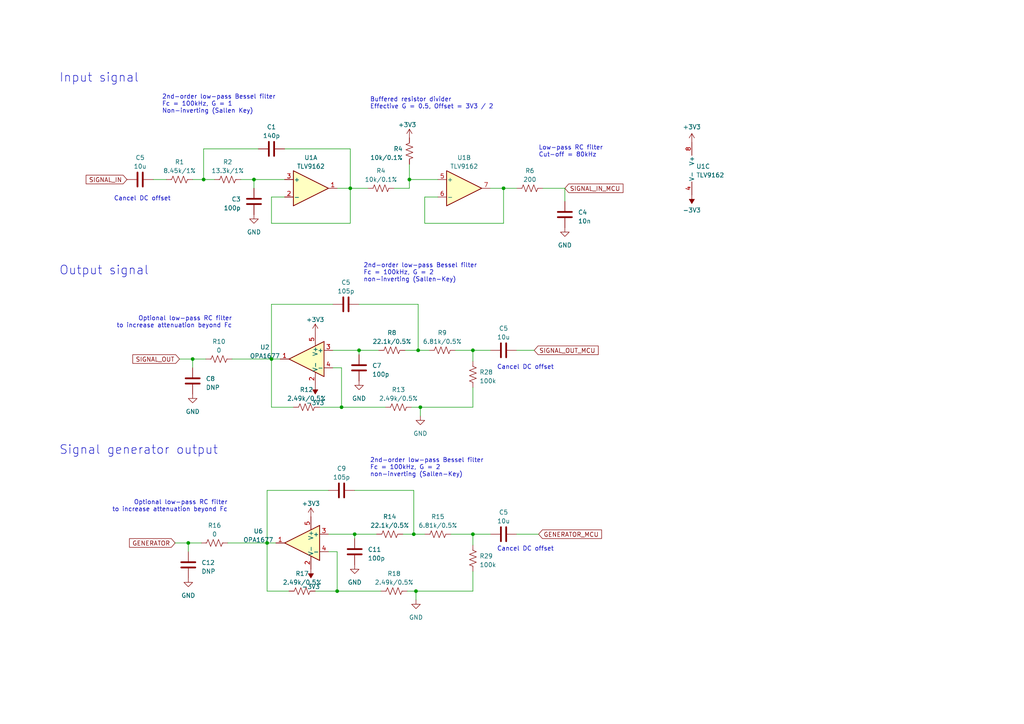
<source format=kicad_sch>
(kicad_sch (version 20230121) (generator eeschema)
  (paper "A4")
  (title_block (title "DSP PAW add-on board") (date "2023-09-13") (rev "2") (company "bitgloo") (comment 1 "Released under the CERN Open Hardware Licence Version 2 - Strongly Reciprocal"))
  (lib_symbols
    (symbol "Amplifier_Operational:OPA196xDBV" (pin_names (offset 0.127))
      (property "Reference" "U" (at -1.27 6.35 0))
      (property "Value" "OPA196xDBV" (at -1.27 3.81 0))
      (symbol "OPA196xDBV_0_1"
        (polyline (pts (xy -5.08 5.08) (xy 5.08 0) (xy -5.08 -5.08) (xy -5.08 5.08)) (stroke (width 0.254)) (fill (type background)))
        (pin power_in line (at -2.54 -7.62 90) (length 3.81) (name "V-") (number "2"))
        (pin power_in line (at -2.54 7.62 270) (length 3.81) (name "V+") (number "5"))
      )
      (symbol "OPA196xDBV_1_1"
        (pin output line (at 7.62 0 180) (length 2.54) (name "~") (number "1"))
        (pin input line (at -7.62 2.54 0) (length 2.54) (name "+") (number "3"))
        (pin input line (at -7.62 -2.54 0) (length 2.54) (name "-") (number "4"))
      )
    )
    (symbol "Amplifier_Operational:TLV9062xD" (pin_names (offset 0.127))
      (property "Reference" "U" (at 2.54 6.35 0))
      (property "Value" "TLV9062xD" (at 2.54 3.81 0))
      (symbol "TLV9062xD_1_1"
        (polyline (pts (xy 5.08 0) (xy -5.08 5.08) (xy -5.08 -5.08) (xy 5.08 0)) (stroke (width 0.254)) (fill (type background)))
        (pin output line (at 7.62 0 180) (length 2.54) (name "~") (number "1"))
        (pin input line (at -7.62 -2.54 0) (length 2.54) (name "-") (number "2"))
        (pin input line (at -7.62 2.54 0) (length 2.54) (name "+") (number "3"))
      )
      (symbol "TLV9062xD_2_1"
        (polyline (pts (xy 5.08 0) (xy -5.08 5.08) (xy -5.08 -5.08) (xy 5.08 0)) (stroke (width 0.254)) (fill (type background)))
        (pin input line (at -7.62 2.54 0) (length 2.54) (name "+") (number "5"))
        (pin input line (at -7.62 -2.54 0) (length 2.54) (name "-") (number "6"))
        (pin output line (at 7.62 0 180) (length 2.54) (name "~") (number "7"))
      )
      (symbol "TLV9062xD_3_1"
        (pin power_in line (at 0 -7.62 90) (length 3.81) (name "V-") (number "4"))
        (pin power_in line (at 0 7.62 270) (length 3.81) (name "V+") (number "8"))
      )
    )
    (symbol "Device:C" (pin_numbers hide) (pin_names (offset 0.254))
      (property "Reference" "C" (at 0.635 2.54 0))
      (property "Value" "C" (at 0.635 -2.54 0))
      (symbol "C_0_1"
        (polyline (pts (xy -2.032 -0.762) (xy 2.032 -0.762)) (stroke (width 0.508)))
        (polyline (pts (xy -2.032 0.762) (xy 2.032 0.762)) (stroke (width 0.508)))
      )
      (symbol "C_1_1"
        (pin passive line (at 0 3.81 270) (length 2.794) (name "~") (number "1"))
        (pin passive line (at 0 -3.81 90) (length 2.794) (name "~") (number "2"))
      )
    )
    (symbol "Device:R_US" (pin_numbers hide) (pin_names (offset 0))
      (property "Reference" "R" (at 2.54 0 90))
      (property "Value" "R_US" (at -2.54 0 90))
      (symbol "R_US_0_1"
        (polyline (pts (xy 0 -2.286) (xy 0 -2.54)))
        (polyline (pts (xy 0 2.286) (xy 0 2.54)))
        (polyline (pts (xy 0 -0.762) (xy 1.016 -1.143) (xy 0 -1.524) (xy -1.016 -1.905) (xy 0 -2.286)))
        (polyline (pts (xy 0 0.762) (xy 1.016 0.381) (xy 0 0) (xy -1.016 -0.381) (xy 0 -0.762)))
        (polyline (pts (xy 0 2.286) (xy 1.016 1.905) (xy 0 1.524) (xy -1.016 1.143) (xy 0 0.762)))
      )
      (symbol "R_US_1_1"
        (pin passive line (at 0 3.81 270) (length 1.27) (name "~") (number "1"))
        (pin passive line (at 0 -3.81 90) (length 1.27) (name "~") (number "2"))
      )
    )
    (symbol "power:+3V3" (power) (pin_names (offset 0))
      (property "Value" "+3V3" (at 0 3.556 0))
      (symbol "+3V3_0_1"
        (polyline (pts (xy -0.762 1.27) (xy 0 2.54)))
        (polyline (pts (xy 0 0) (xy 0 2.54)))
        (polyline (pts (xy 0 2.54) (xy 0.762 1.27)))
      )
      (symbol "+3V3_1_1"
        (pin power_in line (at 0 0 90) (length 0) hide (name "+3V3") (number "1"))
      )
    )
    (symbol "power:-3V3" (power) (pin_names (offset 0))
      (property "Value" "-3V3" (at 0 3.81 0))
      (symbol "-3V3_0_0"
        (pin power_in line (at 0 0 90) (length 0) hide (name "-3V3") (number "1"))
      )
      (symbol "-3V3_0_1"
        (polyline (pts (xy 0 0) (xy 0 1.27) (xy 0.762 1.27) (xy 0 2.54) (xy -0.762 1.27) (xy 0 1.27)) (fill (type outline)))
      )
    )
    (symbol "power:GND" (power) (pin_names (offset 0))
      (property "Value" "GND" (at 0 -3.81 0))
      (symbol "GND_0_1"
        (polyline (pts (xy 0 0) (xy 0 -1.27) (xy 1.27 -1.27) (xy 0 -2.54) (xy -1.27 -1.27) (xy 0 -1.27)))
      )
      (symbol "GND_1_1"
        (pin power_in line (at 0 0 270) (length 0) hide (name "GND") (number "1"))
      )
    )
  )
  (junction (at 121.285 101.6))
  (junction (at 77.47 157.48))
  (junction (at 97.79 171.45))
  (junction (at 121.92 118.11))
  (junction (at 120.65 171.45))
  (junction (at 104.14 101.6))
  (junction (at 78.74 104.14))
  (junction (at 55.88 104.14))
  (junction (at 99.06 118.11))
  (junction (at 102.87 154.94))
  (junction (at 146.05 54.61))
  (junction (at 59.055 52.07))
  (junction (at 137.16 154.94))
  (junction (at 73.66 52.07))
  (junction (at 101.6 54.61))
  (junction (at 118.745 52.07))
  (junction (at 137.16 101.6))
  (junction (at 54.61 157.48))
  (junction (at 120.015 154.94))
  (wire (pts (xy 58.42 157.48) (xy 54.61 157.48)))
  (wire (pts (xy 157.48 54.61) (xy 163.83 54.61)))
  (wire (pts (xy 149.86 154.94) (xy 156.21 154.94)))
  (wire (pts (xy 55.88 52.07) (xy 59.055 52.07)))
  (wire (pts (xy 78.74 57.15) (xy 78.74 64.77)))
  (wire (pts (xy 78.74 104.14) (xy 78.74 118.11)))
  (wire (pts (xy 120.65 171.45) (xy 120.65 173.99)))
  (wire (pts (xy 44.45 52.07) (xy 48.26 52.07)))
  (wire (pts (xy 149.86 101.6) (xy 154.94 101.6)))
  (wire (pts (xy 78.74 104.14) (xy 78.74 88.265)))
  (wire (pts (xy 82.55 57.15) (xy 78.74 57.15)))
  (wire (pts (xy 137.16 101.6) (xy 137.16 104.775)))
  (wire (pts (xy 146.05 54.61) (xy 142.24 54.61)))
  (wire (pts (xy 59.055 43.18) (xy 74.93 43.18)))
  (wire (pts (xy 118.745 52.07) (xy 127 52.07)))
  (wire (pts (xy 104.14 101.6) (xy 104.14 102.87)))
  (wire (pts (xy 59.69 104.14) (xy 55.88 104.14)))
  (wire (pts (xy 120.015 142.24) (xy 120.015 154.94)))
  (wire (pts (xy 54.61 157.48) (xy 54.61 160.02)))
  (wire (pts (xy 52.07 104.14) (xy 55.88 104.14)))
  (wire (pts (xy 120.015 154.94) (xy 123.19 154.94)))
  (wire (pts (xy 137.16 165.735) (xy 137.16 171.45)))
  (wire (pts (xy 102.87 154.94) (xy 109.22 154.94)))
  (wire (pts (xy 55.88 104.14) (xy 55.88 106.68)))
  (wire (pts (xy 137.16 101.6) (xy 142.24 101.6)))
  (wire (pts (xy 99.06 118.11) (xy 111.76 118.11)))
  (wire (pts (xy 66.04 157.48) (xy 77.47 157.48)))
  (wire (pts (xy 78.74 118.11) (xy 85.09 118.11)))
  (wire (pts (xy 77.47 171.45) (xy 83.82 171.45)))
  (wire (pts (xy 77.47 157.48) (xy 77.47 142.24)))
  (wire (pts (xy 102.87 154.94) (xy 102.87 156.21)))
  (wire (pts (xy 132.08 101.6) (xy 137.16 101.6)))
  (wire (pts (xy 101.6 64.77) (xy 101.6 54.61)))
  (wire (pts (xy 67.31 104.14) (xy 78.74 104.14)))
  (wire (pts (xy 121.92 120.65) (xy 121.92 118.11)))
  (wire (pts (xy 77.47 142.24) (xy 95.25 142.24)))
  (wire (pts (xy 137.16 154.94) (xy 142.24 154.94)))
  (wire (pts (xy 130.81 154.94) (xy 137.16 154.94)))
  (wire (pts (xy 97.79 171.45) (xy 110.49 171.45)))
  (wire (pts (xy 163.83 58.42) (xy 163.83 54.61)))
  (wire (pts (xy 59.055 52.07) (xy 62.23 52.07)))
  (wire (pts (xy 50.8 157.48) (xy 54.61 157.48)))
  (wire (pts (xy 123.19 57.15) (xy 123.19 64.77)))
  (wire (pts (xy 121.285 101.6) (xy 124.46 101.6)))
  (wire (pts (xy 97.79 160.02) (xy 97.79 171.45)))
  (wire (pts (xy 120.65 171.45) (xy 118.11 171.45)))
  (wire (pts (xy 146.05 54.61) (xy 149.86 54.61)))
  (wire (pts (xy 101.6 43.18) (xy 101.6 54.61)))
  (wire (pts (xy 96.52 101.6) (xy 104.14 101.6)))
  (wire (pts (xy 97.79 54.61) (xy 101.6 54.61)))
  (wire (pts (xy 95.25 154.94) (xy 102.87 154.94)))
  (wire (pts (xy 121.92 118.11) (xy 119.38 118.11)))
  (wire (pts (xy 77.47 157.48) (xy 80.01 157.48)))
  (wire (pts (xy 123.19 64.77) (xy 146.05 64.77)))
  (wire (pts (xy 118.745 47.625) (xy 118.745 52.07)))
  (wire (pts (xy 73.66 52.07) (xy 82.55 52.07)))
  (wire (pts (xy 102.87 142.24) (xy 120.015 142.24)))
  (wire (pts (xy 114.3 54.61) (xy 118.745 54.61)))
  (wire (pts (xy 78.74 104.14) (xy 81.28 104.14)))
  (wire (pts (xy 59.055 43.18) (xy 59.055 52.07)))
  (wire (pts (xy 117.475 101.6) (xy 121.285 101.6)))
  (wire (pts (xy 96.52 106.68) (xy 99.06 106.68)))
  (wire (pts (xy 118.745 52.07) (xy 118.745 54.61)))
  (wire (pts (xy 78.74 88.265) (xy 96.52 88.265)))
  (wire (pts (xy 116.84 154.94) (xy 120.015 154.94)))
  (wire (pts (xy 137.16 112.395) (xy 137.16 118.11)))
  (wire (pts (xy 95.25 160.02) (xy 97.79 160.02)))
  (wire (pts (xy 137.16 154.94) (xy 137.16 158.115)))
  (wire (pts (xy 69.85 52.07) (xy 73.66 52.07)))
  (wire (pts (xy 101.6 54.61) (xy 106.68 54.61)))
  (wire (pts (xy 137.16 171.45) (xy 120.65 171.45)))
  (wire (pts (xy 137.16 118.11) (xy 121.92 118.11)))
  (wire (pts (xy 104.14 101.6) (xy 109.855 101.6)))
  (wire (pts (xy 146.05 64.77) (xy 146.05 54.61)))
  (wire (pts (xy 78.74 64.77) (xy 101.6 64.77)))
  (wire (pts (xy 92.71 118.11) (xy 99.06 118.11)))
  (wire (pts (xy 73.66 52.07) (xy 73.66 54.61)))
  (wire (pts (xy 99.06 106.68) (xy 99.06 118.11)))
  (wire (pts (xy 91.44 171.45) (xy 97.79 171.45)))
  (wire (pts (xy 121.285 88.265) (xy 121.285 101.6)))
  (wire (pts (xy 127 57.15) (xy 123.19 57.15)))
  (wire (pts (xy 104.14 88.265) (xy 121.285 88.265)))
  (wire (pts (xy 77.47 157.48) (xy 77.47 171.45)))
  (wire (pts (xy 82.55 43.18) (xy 101.6 43.18)))
  (text "Cancel DC offset" (at 33.02 58.42 0) (effects (font (size 1.27 1.27)) (justify left bottom)))
  (text "2nd-order low-pass Bessel filter\nFc = 100kHz, G = 2\nnon-inverting (Sallen-Key)" (at 105.41 81.915 0) (effects (font (size 1.27 1.27)) (justify left bottom)))
  (text "Low-pass RC filter\nCut-off = 80kHz" (at 156.21 45.72 0) (effects (font (size 1.27 1.27)) (justify left bottom)))
  (text "2nd-order low-pass Bessel filter\nFc = 100kHz, G = 1\nNon-inverting (Sallen Key)" (at 46.99 33.02 0) (effects (font (size 1.27 1.27)) (justify left bottom)))
  (text "Cancel DC offset" (at 144.145 160.02 0) (effects (font (size 1.27 1.27)) (justify left bottom)))
  (text "Cancel DC offset" (at 144.145 107.315 0) (effects (font (size 1.27 1.27)) (justify left bottom)))
  (text "Buffered resistor divider\nEffective G = 0.5, Offset = 3V3 / 2" (at 107.315 31.75 0) (effects (font (size 1.27 1.27)) (justify left bottom)))
  (text "Signal generator output" (at 17.145 132.08 0) (effects (font (size 2.54 2.54)) (justify left bottom)))
  (text "2nd-order low-pass Bessel filter\nFc = 100kHz, G = 2\nnon-inverting (Sallen-Key)" (at 107.315 138.43 0) (effects (font (size 1.27 1.27)) (justify left bottom)))
  (text "Optional low-pass RC filter\nto increase attenuation beyond Fc" (at 67.31 95.25 0) (effects (font (size 1.27 1.27)) (justify right bottom)))
  (text "Input signal" (at 17.145 24.13 0) (effects (font (size 2.54 2.54)) (justify left bottom)))
  (text "Optional low-pass RC filter\nto increase attenuation beyond Fc" (at 66.04 148.59 0) (effects (font (size 1.27 1.27)) (justify right bottom)))
  (text "Output signal" (at 17.145 80.01 0) (effects (font (size 2.54 2.54)) (justify left bottom)))
  (global_label "GENERATOR" (shape input) (at 50.8 157.48 180) (property "Intersheetrefs" "${INTERSHEET_REFS}" (effects hide)))
  (global_label "SIGNAL_IN_MCU" (shape input) (at 163.83 54.61 0) (property "Intersheetrefs" "${INTERSHEET_REFS}" (effects hide)))
  (global_label "GENERATOR_MCU" (shape input) (at 156.21 154.94 0) (property "Intersheetrefs" "${INTERSHEET_REFS}" (effects hide)))
  (global_label "SIGNAL_OUT_MCU" (shape input) (at 154.94 101.6 0) (property "Intersheetrefs" "${INTERSHEET_REFS}" (effects hide)))
  (global_label "SIGNAL_IN" (shape input) (at 36.83 52.07 180) (property "Intersheetrefs" "${INTERSHEET_REFS}" (effects hide)))
  (global_label "SIGNAL_OUT" (shape input) (at 52.07 104.14 180) (property "Intersheetrefs" "${INTERSHEET_REFS}" (effects hide)))
  (symbol (lib_id "power:GND") (at 104.14 110.49 0) (unit 1)
    (property "Reference" "#PWR02" (effects hide))
    (property "Value" "GND" (at 104.14 115.57 0))
    (instances (project "DSP PAW add-on board" (path "" (reference "#PWR02") (unit 1)) (path "" (reference "#PWR09") (unit 1))))
  )
  (symbol (lib_id "Device:R_US") (at 110.49 54.61 90) (unit 1)
    (property "Reference" "R4" (at 110.49 49.53 90))
    (property "Value" "10k/0.1%" (at 110.49 52.07 90))
    (property "Footprint" "Resistor_SMD:R_0603_1608Metric" (effects hide))
    (property "Part Number" "RN73R1JTTD1012B25" (effects hide))
    (instances (project "DSP PAW add-on board" (path "" (reference "R4") (unit 1)) (path "" (reference "R5") (unit 1))))
  )
  (symbol (lib_id "Device:R_US") (at 87.63 171.45 90) (unit 1)
    (property "Reference" "R17" (at 87.63 166.37 90))
    (property "Value" "2.49k/0.5%" (at 87.63 168.91 90))
    (property "Footprint" "Resistor_SMD:R_0603_1608Metric" (effects hide))
    (property "Part Number" "RT0603DRE072K49L" (effects hide))
  )
  (symbol (lib_id "power:GND") (at 73.66 62.23 0) (mirror y) (unit 1)
    (property "Reference" "#PWR01" (effects hide))
    (property "Value" "GND" (at 73.66 67.31 0))
  )
  (symbol (lib_id "power:GND") (at 163.83 66.04 0) (unit 1)
    (property "Reference" "#PWR02" (effects hide))
    (property "Value" "GND" (at 163.83 71.12 0))
    (instances (project "DSP PAW add-on board" (path "" (reference "#PWR02") (unit 1)) (path "" (reference "#PWR03") (unit 1))))
  )
  (symbol (lib_id "power:-3V3") (at 200.66 56.515 180) (unit 1)
    (property "Reference" "#PWR07" (effects hide))
    (property "Value" "-3V3" (at 200.66 60.96 0))
  )
  (symbol (lib_id "power:GND") (at 102.87 163.83 0) (unit 1)
    (property "Reference" "#PWR02" (effects hide))
    (property "Value" "GND" (at 102.87 168.91 0))
    (instances (project "DSP PAW add-on board" (path "" (reference "#PWR02") (unit 1)) (path "" (reference "#PWR013") (unit 1))))
  )
  (symbol (lib_id "power:-3V3") (at 90.17 165.1 180) (unit 1)
    (property "Reference" "#PWR05" (effects hide))
    (property "Value" "-3V3" (at 90.17 170.18 0))
  )
  (symbol (lib_id "Device:R_US") (at 52.07 52.07 90) (unit 1)
    (property "Reference" "R1" (at 52.07 46.99 90))
    (property "Value" "8.45k/1%" (at 52.07 49.53 90))
    (property "Footprint" "Resistor_SMD:R_0603_1608Metric" (effects hide))
    (property "Part Number" "CRCW06038K45FKEA" (effects hide))
    (instances (project "DSP PAW add-on board" (path "" (reference "R1") (unit 1)) (path "" (reference "R3") (unit 1))))
  )
  (symbol (lib_id "Device:R_US") (at 128.27 101.6 90) (unit 1)
    (property "Reference" "R9" (at 128.27 96.52 90))
    (property "Value" "6.81k/0.5%" (at 128.27 99.06 90))
    (property "Footprint" "Resistor_SMD:R_0603_1608Metric" (effects hide))
    (property "Part Number" "RT0603DRE076K81L" (effects hide))
  )
  (symbol (lib_id "Device:R_US") (at 118.745 43.815 0) (mirror x) (unit 1)
    (property "Reference" "R4" (at 116.84 43.18 0) (effects (justify right)))
    (property "Value" "10k/0.1%" (at 116.84 45.72 0) (effects (justify right)))
    (property "Footprint" "Resistor_SMD:R_0603_1608Metric" (effects hide))
    (property "Part Number" "RN73R1JTTD1012B25" (effects hide))
    (instances (project "DSP PAW add-on board" (path "" (reference "R4") (unit 1)) (path "" (reference "R1") (unit 1))))
  )
  (symbol (lib_id "Device:R_US") (at 88.9 118.11 90) (unit 1)
    (property "Reference" "R12" (at 88.9 113.03 90))
    (property "Value" "2.49k/0.5%" (at 88.9 115.57 90))
    (property "Footprint" "Resistor_SMD:R_0603_1608Metric" (effects hide))
    (property "Part Number" "RT0603DRE072K49L" (effects hide))
  )
  (symbol (lib_id "Device:C") (at 54.61 163.83 180) (unit 1)
    (property "Reference" "C12" (at 58.42 163.195 0) (effects (justify right)))
    (property "Value" "DNP" (at 58.42 165.735 0) (effects (justify right)))
    (property "Footprint" "Capacitor_SMD:C_0603_1608Metric" (effects hide))
    (property "DNP" "T" (effects hide))
  )
  (symbol (lib_id "Device:C") (at 55.88 110.49 180) (unit 1)
    (property "Reference" "C8" (at 59.69 109.855 0) (effects (justify right)))
    (property "Value" "DNP" (at 59.69 112.395 0) (effects (justify right)))
    (property "Footprint" "Capacitor_SMD:C_0603_1608Metric" (effects hide))
    (property "DNP" "T" (effects hide))
  )
  (symbol (lib_id "Device:C") (at 104.14 106.68 0) (unit 1)
    (property "Reference" "C7" (at 107.95 106.045 0) (effects (justify left)))
    (property "Value" "100p" (at 107.95 108.585 0) (effects (justify left)))
    (property "Footprint" "Capacitor_SMD:C_0603_1608Metric" (effects hide))
    (property "Part Number" "CC0603KPX7R9BB101" (effects hide))
  )
  (symbol (lib_id "Device:C") (at 100.33 88.265 90) (unit 1)
    (property "Reference" "C5" (at 100.33 81.915 90))
    (property "Value" "105p" (at 100.33 84.455 90))
    (property "Footprint" "Capacitor_SMD:C_0603_1608Metric" (effects hide))
    (property "Part Number" "CC0603KPX7R9BB101" (effects hide))
  )
  (symbol (lib_id "Device:R_US") (at 137.16 161.925 180) (unit 1)
    (property "Reference" "R29" (at 139.065 161.29 0) (effects (justify right)))
    (property "Value" "100k" (at 139.065 163.83 0) (effects (justify right)))
    (property "Footprint" "Resistor_SMD:R_0603_1608Metric" (effects hide))
    (property "Part Number" "RC0603JR-07100KL" (effects hide))
  )
  (symbol (lib_id "Device:R_US") (at 66.04 52.07 90) (unit 1)
    (property "Reference" "R2" (at 66.04 46.99 90))
    (property "Value" "13.3k/1%" (at 66.04 49.53 90))
    (property "Footprint" "Resistor_SMD:R_0603_1608Metric" (effects hide))
    (property "Part Number" "RC0603FR-0713K3L" (effects hide))
    (instances (project "DSP PAW add-on board" (path "" (reference "R2") (unit 1)) (path "" (reference "R4") (unit 1))))
  )
  (symbol (lib_id "Device:C") (at 73.66 58.42 0) (mirror y) (unit 1)
    (property "Reference" "C3" (at 69.85 57.785 0) (effects (justify left)))
    (property "Value" "100p" (at 69.85 60.325 0) (effects (justify left)))
    (property "Footprint" "Capacitor_SMD:C_0603_1608Metric" (effects hide))
    (property "Part Number" "CC0603KPX7R9BB101" (effects hide))
  )
  (symbol (lib_id "Device:R_US") (at 63.5 104.14 90) (unit 1)
    (property "Reference" "R10" (at 63.5 99.06 90))
    (property "Value" "0" (at 63.5 101.6 90))
    (property "Footprint" "Resistor_SMD:R_0603_1608Metric" (effects hide))
    (property "Part Number" "RMCF0603ZT0R00" (effects hide))
  )
  (symbol (lib_id "power:+3V3") (at 118.745 40.005 0) (unit 1)
    (property "Reference" "#PWR02" (effects hide))
    (property "Value" "+3V3" (at 118.11 36.195 0))
  )
  (symbol (lib_id "Amplifier_Operational:OPA196xDBV") (at 87.63 157.48 0) (mirror y) (unit 1)
    (property "Reference" "U6" (at 74.93 154.0511 0))
    (property "Value" "OPA1677" (at 74.93 156.5911 0))
    (property "Footprint" "Package_TO_SOT_SMD:SOT-23-5" (effects hide))
    (property "Datasheet" "http://www.ti.com/lit/ds/symlink/opa4196.pdf" (effects hide))
    (property "Part Number" "OPA1677DBVR" (effects hide))
  )
  (symbol (lib_id "Amplifier_Operational:OPA196xDBV") (at 88.9 104.14 0) (mirror y) (unit 1)
    (property "Reference" "U2" (at 76.835 100.7111 0))
    (property "Value" "OPA1677" (at 76.835 103.2511 0))
    (property "Footprint" "Package_TO_SOT_SMD:SOT-23-5" (effects hide))
    (property "Part Number" "OPA1677DBVR" (effects hide))
  )
  (symbol (lib_id "Device:R_US") (at 127 154.94 90) (unit 1)
    (property "Reference" "R15" (at 127 149.86 90))
    (property "Value" "6.81k/0.5%" (at 127 152.4 90))
    (property "Footprint" "Resistor_SMD:R_0603_1608Metric" (effects hide))
    (property "Part Number" "RT0603DRE076K81L" (effects hide))
  )
  (symbol (lib_id "power:+3V3") (at 200.66 41.275 0) (unit 1)
    (property "Reference" "#PWR08" (effects hide))
    (property "Value" "+3V3" (at 200.66 36.83 0))
  )
  (symbol (lib_id "Device:C") (at 102.87 160.02 0) (unit 1)
    (property "Reference" "C11" (at 106.68 159.385 0) (effects (justify left)))
    (property "Value" "100p" (at 106.68 161.925 0) (effects (justify left)))
    (property "Footprint" "Capacitor_SMD:C_0603_1608Metric" (effects hide))
    (property "Part Number" "CC0603KPX7R9BB101" (effects hide))
  )
  (symbol (lib_id "Device:C") (at 163.83 62.23 0) (unit 1)
    (property "Reference" "C4" (at 167.64 61.595 0) (effects (justify left)))
    (property "Value" "10n" (at 167.64 64.135 0) (effects (justify left)))
    (property "Footprint" "Capacitor_SMD:C_0603_1608Metric" (effects hide))
    (property "Part Number" "CC0603KRX7R9BB103" (effects hide))
  )
  (symbol (lib_id "Amplifier_Operational:TLV9062xD") (at 200.66 48.895 0) (unit 3)
    (property "Reference" "U1" (at 201.93 48.26 0) (effects (justify left)))
    (property "Value" "TLV9162" (at 201.93 50.8 0) (effects (justify left)))
    (property "Footprint" "Package_SO:SOIC-8_3.9x4.9mm_P1.27mm" (effects hide))
    (property "Datasheet" "https://www.ti.com/lit/ds/symlink/tlv9162.pdf" (effects hide))
    (property "Part Number" "TLV9162IDR" (effects hide))
  )
  (symbol (lib_id "power:GND") (at 54.61 167.64 0) (unit 1)
    (property "Reference" "#PWR01" (effects hide))
    (property "Value" "GND" (at 54.61 172.72 0))
    (instances (project "DSP PAW add-on board" (path "" (reference "#PWR01") (unit 1)) (path "" (reference "#PWR014") (unit 1))))
  )
  (symbol (lib_id "Device:R_US") (at 62.23 157.48 90) (unit 1)
    (property "Reference" "R16" (at 62.23 152.4 90))
    (property "Value" "0" (at 62.23 154.94 90))
    (property "Footprint" "Resistor_SMD:R_0603_1608Metric" (effects hide))
    (property "Part Number" "RMCF0603ZT0R00" (effects hide))
  )
  (symbol (lib_id "Device:R_US") (at 113.665 101.6 90) (unit 1)
    (property "Reference" "R8" (at 113.665 96.52 90))
    (property "Value" "22.1k/0.5%" (at 113.665 99.06 90))
    (property "Footprint" "Resistor_SMD:R_0603_1608Metric" (effects hide))
    (property "Part Number" "RT0603DRE0722K1L" (effects hide))
  )
  (symbol (lib_id "Device:C") (at 146.05 154.94 90) (unit 1)
    (property "Reference" "C5" (at 146.05 148.59 90))
    (property "Value" "10u" (at 146.05 151.13 90))
    (property "Footprint" "Capacitor_SMD:C_0805_2012Metric" (effects hide))
    (property "Part Number" "CL21A106KOQNNNE" (effects hide))
    (instances (project "DSP PAW add-on board" (path "" (reference "C5") (unit 1)) (path "" (reference "C10") (unit 1))))
  )
  (symbol (lib_id "power:GND") (at 121.92 120.65 0) (unit 1)
    (property "Reference" "#PWR02" (effects hide))
    (property "Value" "GND" (at 121.92 125.73 0))
    (instances (project "DSP PAW add-on board" (path "" (reference "#PWR02") (unit 1)) (path "" (reference "#PWR012") (unit 1))))
  )
  (symbol (lib_id "power:+3V3") (at 91.44 96.52 0) (unit 1)
    (property "Reference" "#PWR062" (effects hide))
    (property "Value" "+3V3" (at 91.44 92.71 0))
  )
  (symbol (lib_id "power:GND") (at 120.65 173.99 0) (unit 1)
    (property "Reference" "#PWR02" (effects hide))
    (property "Value" "GND" (at 120.65 179.07 0))
    (instances (project "DSP PAW add-on board" (path "" (reference "#PWR02") (unit 1)) (path "" (reference "#PWR015") (unit 1))))
  )
  (symbol (lib_id "Amplifier_Operational:TLV9062xD") (at 134.62 54.61 0) (unit 2)
    (property "Reference" "U1" (at 134.62 45.72 0))
    (property "Value" "TLV9162" (at 134.62 48.26 0))
    (property "Footprint" "Package_SO:SOIC-8_3.9x4.9mm_P1.27mm" (effects hide))
    (property "Datasheet" "https://www.ti.com/lit/ds/symlink/tlv9162.pdf" (effects hide))
    (property "Part Number" "TLV9162IDR" (effects hide))
  )
  (symbol (lib_id "Device:R_US") (at 113.03 154.94 90) (unit 1)
    (property "Reference" "R14" (at 113.03 149.86 90))
    (property "Value" "22.1k/0.5%" (at 113.03 152.4 90))
    (property "Footprint" "Resistor_SMD:R_0603_1608Metric" (effects hide))
    (property "Part Number" "RT0603DRE0722K1L" (effects hide))
  )
  (symbol (lib_id "Device:C") (at 146.05 101.6 90) (unit 1)
    (property "Reference" "C5" (at 146.05 95.25 90))
    (property "Value" "10u" (at 146.05 97.79 90))
    (property "Footprint" "Capacitor_SMD:C_0805_2012Metric" (effects hide))
    (property "Part Number" "CL21A106KOQNNNE" (effects hide))
    (instances (project "DSP PAW add-on board" (path "" (reference "C5") (unit 1)) (path "" (reference "C6") (unit 1))))
  )
  (symbol (lib_id "Device:R_US") (at 153.67 54.61 90) (unit 1)
    (property "Reference" "R6" (at 153.67 49.53 90))
    (property "Value" "200" (at 153.67 52.07 90))
    (property "Footprint" "Resistor_SMD:R_0603_1608Metric" (effects hide))
    (property "Part Number" "RC0603JR-07200RL" (effects hide))
  )
  (symbol (lib_id "power:GND") (at 55.88 114.3 0) (unit 1)
    (property "Reference" "#PWR01" (effects hide))
    (property "Value" "GND" (at 55.88 119.38 0))
    (instances (project "DSP PAW add-on board" (path "" (reference "#PWR01") (unit 1)) (path "" (reference "#PWR011") (unit 1))))
  )
  (symbol (lib_id "Device:R_US") (at 137.16 108.585 180) (unit 1)
    (property "Reference" "R28" (at 139.065 107.95 0) (effects (justify right)))
    (property "Value" "100k" (at 139.065 110.49 0) (effects (justify right)))
    (property "Footprint" "Resistor_SMD:R_0603_1608Metric" (effects hide))
    (property "Part Number" "RC0603JR-07100KL" (effects hide))
  )
  (symbol (lib_id "power:-3V3") (at 91.44 111.76 180) (unit 1)
    (property "Reference" "#PWR06" (effects hide))
    (property "Value" "-3V3" (at 91.44 116.84 0))
  )
  (symbol (lib_id "Device:C") (at 40.64 52.07 90) (unit 1)
    (property "Reference" "C5" (at 40.64 45.72 90))
    (property "Value" "10u" (at 40.64 48.26 90))
    (property "Footprint" "Capacitor_SMD:C_0805_2012Metric" (effects hide))
    (property "Part Number" "CL21A106KOQNNNE" (effects hide))
    (instances (project "DSP PAW add-on board" (path "" (reference "C5") (unit 1)) (path "" (reference "C2") (unit 1))))
  )
  (symbol (lib_id "Device:R_US") (at 114.3 171.45 90) (unit 1)
    (property "Reference" "R18" (at 114.3 166.37 90))
    (property "Value" "2.49k/0.5%" (at 114.3 168.91 90))
    (property "Footprint" "Resistor_SMD:R_0603_1608Metric" (effects hide))
    (property "Part Number" "RT0603DRE072K49L" (effects hide))
  )
  (symbol (lib_id "Amplifier_Operational:TLV9062xD") (at 90.17 54.61 0) (unit 1)
    (property "Reference" "U1" (at 90.17 45.72 0))
    (property "Value" "TLV9162" (at 90.17 48.26 0))
    (property "Footprint" "Package_SO:SOIC-8_3.9x4.9mm_P1.27mm" (effects hide))
    (property "Datasheet" "https://www.ti.com/lit/ds/symlink/tlv9162.pdf" (effects hide))
    (property "Part Number" "TLV9162IDR" (effects hide))
  )
  (symbol (lib_id "Device:C") (at 78.74 43.18 90) (unit 1)
    (property "Reference" "C1" (at 78.74 36.83 90))
    (property "Value" "140p" (at 78.74 39.37 90))
    (property "Footprint" "Capacitor_SMD:C_0603_1608Metric" (effects hide))
    (property "Part Number" "KGM15AR71H151JT" (effects hide))
  )
  (symbol (lib_id "Device:R_US") (at 115.57 118.11 90) (unit 1)
    (property "Reference" "R13" (at 115.57 113.03 90))
    (property "Value" "2.49k/0.5%" (at 115.57 115.57 90))
    (property "Footprint" "Resistor_SMD:R_0603_1608Metric" (effects hide))
    (property "Part Number" "RT0603DRE072K49L" (effects hide))
  )
  (symbol (lib_id "Device:C") (at 99.06 142.24 90) (unit 1)
    (property "Reference" "C9" (at 99.06 135.89 90))
    (property "Value" "105p" (at 99.06 138.43 90))
    (property "Footprint" "Capacitor_SMD:C_0603_1608Metric" (effects hide))
    (property "Part Number" "CC0603KPX7R9BB101" (effects hide))
  )
  (symbol (lib_id "power:+3V3") (at 90.17 149.86 0) (unit 1)
    (property "Reference" "#PWR073" (effects hide))
    (property "Value" "+3V3" (at 90.17 146.05 0))
  )
)
</source>
